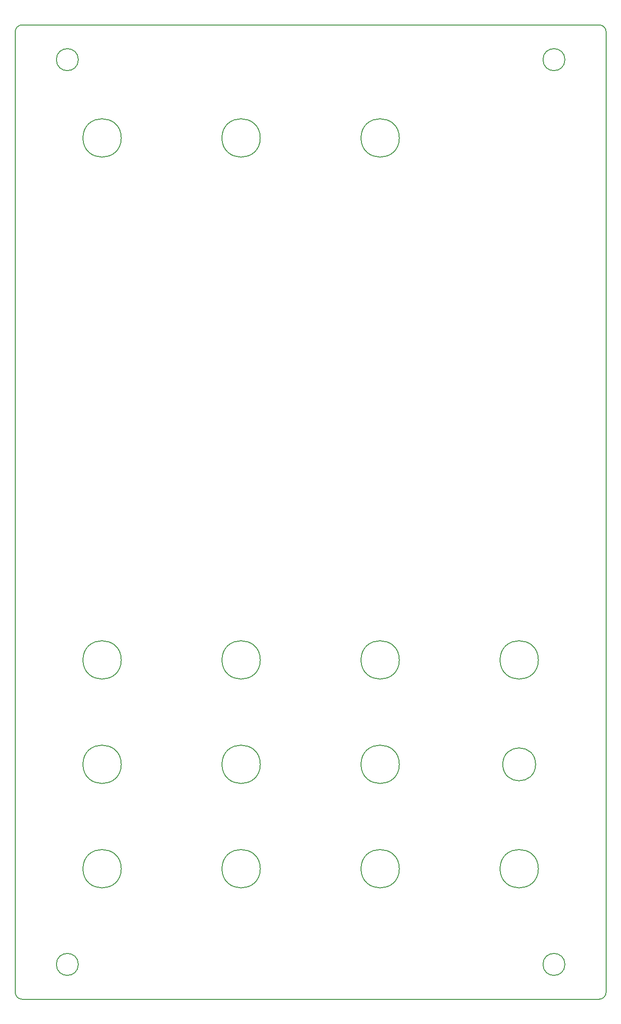
<source format=gbr>
G04 #@! TF.GenerationSoftware,KiCad,Pcbnew,(5.1.2-1)-1*
G04 #@! TF.CreationDate,2019-08-21T15:26:35+02:00*
G04 #@! TF.ProjectId,Benjolin_Panel,42656e6a-6f6c-4696-9e5f-50616e656c2e,rev?*
G04 #@! TF.SameCoordinates,Original*
G04 #@! TF.FileFunction,Soldermask,Bot*
G04 #@! TF.FilePolarity,Negative*
%FSLAX46Y46*%
G04 Gerber Fmt 4.6, Leading zero omitted, Abs format (unit mm)*
G04 Created by KiCad (PCBNEW (5.1.2-1)-1) date 2019-08-21 15:26:35*
%MOMM*%
%LPD*%
G04 APERTURE LIST*
%ADD10C,0.150000*%
G04 APERTURE END LIST*
D10*
X173990000Y-190500000D02*
X68580000Y-190500000D01*
X173990000Y-12700000D02*
G75*
G02X175260000Y-13970000I0J-1270000D01*
G01*
X68580000Y-12700000D02*
X173990000Y-12700000D01*
X67310000Y-189230000D02*
X67310000Y-13970000D01*
X68580000Y-190500000D02*
G75*
G02X67310000Y-189230000I0J1270000D01*
G01*
X175260000Y-189230000D02*
G75*
G02X173990000Y-190500000I-1270000J0D01*
G01*
X67310000Y-13970000D02*
G75*
G02X68580000Y-12700000I1270000J0D01*
G01*
X175260000Y-13970000D02*
X175260000Y-189230000D01*
X112085000Y-147637500D02*
G75*
G03X112085000Y-147637500I-3500000J0D01*
G01*
X137485000Y-128587500D02*
G75*
G03X137485000Y-128587500I-3500000J0D01*
G01*
X86685000Y-128587500D02*
G75*
G03X86685000Y-128587500I-3500000J0D01*
G01*
X137485000Y-166687500D02*
G75*
G03X137485000Y-166687500I-3500000J0D01*
G01*
X162885000Y-128587500D02*
G75*
G03X162885000Y-128587500I-3500000J0D01*
G01*
X167735000Y-19050000D02*
G75*
G03X167735000Y-19050000I-2000000J0D01*
G01*
X137485000Y-147637500D02*
G75*
G03X137485000Y-147637500I-3500000J0D01*
G01*
X78835000Y-184150000D02*
G75*
G03X78835000Y-184150000I-2000000J0D01*
G01*
X112085000Y-128587500D02*
G75*
G03X112085000Y-128587500I-3500000J0D01*
G01*
X137485000Y-33337500D02*
G75*
G03X137485000Y-33337500I-3500000J0D01*
G01*
X112085000Y-166687500D02*
G75*
G03X112085000Y-166687500I-3500000J0D01*
G01*
X112077500Y-33337500D02*
G75*
G03X112077500Y-33337500I-3500000J0D01*
G01*
X86685000Y-147637500D02*
G75*
G03X86685000Y-147637500I-3500000J0D01*
G01*
X167735000Y-184150000D02*
G75*
G03X167735000Y-184150000I-2000000J0D01*
G01*
X162885000Y-166687500D02*
G75*
G03X162885000Y-166687500I-3500000J0D01*
G01*
X86685000Y-166687500D02*
G75*
G03X86685000Y-166687500I-3500000J0D01*
G01*
X86685000Y-33337500D02*
G75*
G03X86685000Y-33337500I-3500000J0D01*
G01*
X78835000Y-19050000D02*
G75*
G03X78835000Y-19050000I-2000000J0D01*
G01*
X162385000Y-147645000D02*
G75*
G03X162385000Y-147645000I-3000000J0D01*
G01*
M02*

</source>
